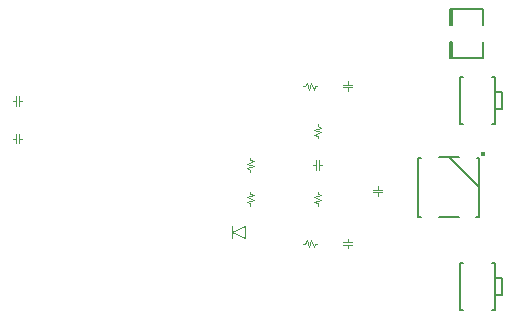
<source format=gbr>
G04 EAGLE Gerber RS-274X export*
G75*
%MOMM*%
%FSLAX34Y34*%
%LPD*%
%INSilkscreen Top*%
%IPPOS*%
%AMOC8*
5,1,8,0,0,1.08239X$1,22.5*%
G01*
%ADD10C,0.101600*%
%ADD11C,0.203200*%
%ADD12C,0.406400*%


D10*
X282925Y79375D02*
X293925Y84375D01*
X293925Y74375D01*
X282925Y79375D01*
X282925Y84375D01*
X282925Y79375D02*
X282925Y74375D01*
X102600Y154750D02*
X102600Y158750D01*
X102600Y162750D01*
X100600Y158750D02*
X100600Y154750D01*
X100600Y158750D02*
X100600Y162750D01*
X102600Y158750D02*
X105600Y158750D01*
X100600Y158750D02*
X97600Y158750D01*
X102600Y186500D02*
X102600Y190500D01*
X102600Y194500D01*
X100600Y190500D02*
X100600Y186500D01*
X100600Y190500D02*
X100600Y194500D01*
X102600Y190500D02*
X105600Y190500D01*
X100600Y190500D02*
X97600Y190500D01*
X381000Y70850D02*
X385000Y70850D01*
X381000Y70850D02*
X377000Y70850D01*
X381000Y68850D02*
X385000Y68850D01*
X381000Y68850D02*
X377000Y68850D01*
X381000Y70850D02*
X381000Y73850D01*
X381000Y68850D02*
X381000Y65850D01*
X346250Y72850D02*
X345250Y69850D01*
X346250Y72850D02*
X348250Y66850D01*
X350250Y72850D01*
X352250Y66850D01*
X353250Y69850D01*
X355250Y69850D01*
X345250Y69850D02*
X343250Y69850D01*
X377000Y202200D02*
X381000Y202200D01*
X385000Y202200D01*
X381000Y204200D02*
X377000Y204200D01*
X381000Y204200D02*
X385000Y204200D01*
X381000Y202200D02*
X381000Y199200D01*
X381000Y204200D02*
X381000Y207200D01*
X356600Y136525D02*
X356600Y132525D01*
X356600Y136525D02*
X356600Y140525D01*
X354600Y136525D02*
X354600Y132525D01*
X354600Y136525D02*
X354600Y140525D01*
X356600Y136525D02*
X359600Y136525D01*
X354600Y136525D02*
X351600Y136525D01*
X358600Y168100D02*
X355600Y169100D01*
X358600Y168100D02*
X352600Y166100D01*
X358600Y164100D01*
X352600Y162100D01*
X355600Y161100D01*
X355600Y159100D01*
X355600Y169100D02*
X355600Y171100D01*
D11*
X469600Y226650D02*
X469600Y240650D01*
X469600Y226650D02*
X495600Y226650D01*
X495600Y268650D02*
X469600Y268650D01*
X469600Y254650D01*
X495600Y240650D02*
X495600Y226650D01*
X495600Y254650D02*
X495600Y268650D01*
X468600Y240650D02*
X468600Y227650D01*
X468600Y254650D02*
X468600Y267650D01*
X467600Y240650D02*
X467600Y226650D01*
X467600Y254650D02*
X467600Y268650D01*
X467600Y226650D02*
X469600Y226650D01*
X469600Y240650D02*
X467600Y240650D01*
X467600Y254650D02*
X469600Y254650D01*
X469600Y268650D02*
X467600Y268650D01*
D10*
X301450Y139525D02*
X298450Y140525D01*
X301450Y139525D02*
X295450Y137525D01*
X301450Y135525D01*
X295450Y133525D01*
X298450Y132525D01*
X298450Y130525D01*
X298450Y140525D02*
X298450Y142525D01*
X295450Y104950D02*
X298450Y103950D01*
X295450Y104950D02*
X301450Y106950D01*
X295450Y108950D01*
X301450Y110950D01*
X298450Y111950D01*
X298450Y113950D01*
X298450Y103950D02*
X298450Y101950D01*
X352600Y104950D02*
X355600Y103950D01*
X352600Y104950D02*
X358600Y106950D01*
X352600Y108950D01*
X358600Y110950D01*
X355600Y111950D01*
X355600Y113950D01*
X355600Y103950D02*
X355600Y101950D01*
X345250Y203200D02*
X346250Y206200D01*
X348250Y200200D01*
X350250Y206200D01*
X352250Y200200D01*
X353250Y203200D01*
X355250Y203200D01*
X345250Y203200D02*
X343250Y203200D01*
D11*
X440563Y92583D02*
X443103Y92583D01*
X440563Y92583D02*
X440563Y93091D01*
X440614Y93091D01*
X440614Y142596D01*
X442925Y142596D01*
X489915Y92380D02*
X492633Y92380D01*
X492633Y92888D01*
X492658Y92888D01*
X492658Y142570D01*
X490398Y142570D01*
X475615Y92075D02*
X458597Y92075D01*
X458089Y142875D02*
X466725Y142875D01*
X475361Y142875D01*
X466725Y142875D02*
X492125Y117475D01*
D12*
X495300Y146050D03*
D11*
X479025Y13500D02*
X476025Y13500D01*
X476025Y53500D01*
X479025Y53500D01*
X503025Y13500D02*
X506025Y13500D01*
X506025Y26500D01*
X506025Y40500D01*
X506025Y53500D01*
X503025Y53500D01*
X512025Y40500D02*
X512025Y26500D01*
X512025Y40500D02*
X506025Y40500D01*
X506025Y26500D02*
X512025Y26500D01*
X479025Y171050D02*
X476025Y171050D01*
X476025Y211050D01*
X479025Y211050D01*
X503025Y171050D02*
X506025Y171050D01*
X506025Y184050D01*
X506025Y198050D01*
X506025Y211050D01*
X503025Y211050D01*
X512025Y198050D02*
X512025Y184050D01*
X512025Y198050D02*
X506025Y198050D01*
X506025Y184050D02*
X512025Y184050D01*
D10*
X410400Y115300D02*
X406400Y115300D01*
X402400Y115300D01*
X406400Y113300D02*
X410400Y113300D01*
X406400Y113300D02*
X402400Y113300D01*
X406400Y115300D02*
X406400Y118300D01*
X406400Y113300D02*
X406400Y110300D01*
M02*

</source>
